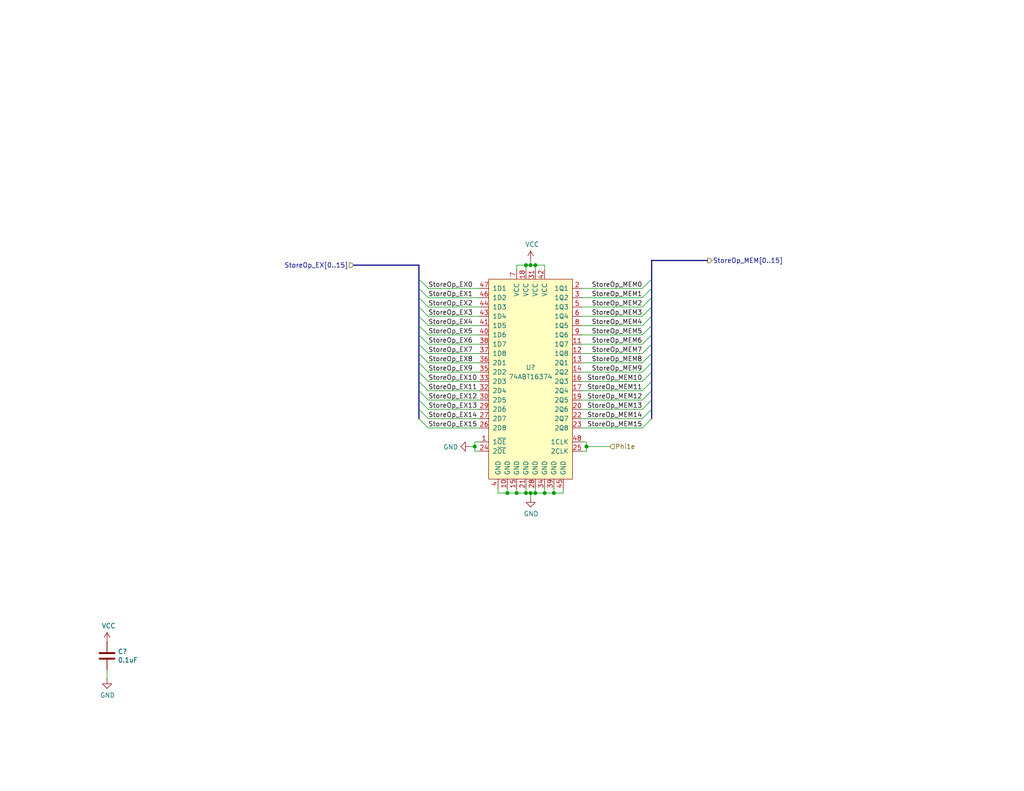
<source format=kicad_sch>
(kicad_sch (version 20250114) (generator "eeschema") (generator_version "9.0")
  (paper "USLetter")
  (title_block (title "EX/MEM: Store Operand Register") (date "2025-07-13") (rev "A"))
  (lib_symbols
    (symbol "Device:C" (pin_numbers (hide yes)) (pin_names (offset 0.254))
      (property "Reference" "C" (at 0.635 2.54 0))
      (property "Value" "C" (at 0.635 -2.54 0))
      (symbol "C_0_1"
        (polyline (pts (xy -2.032 0.762) (xy 2.032 0.762)) (stroke (width 0.508)))
        (polyline (pts (xy -2.032 -0.762) (xy 2.032 -0.762)) (stroke (width 0.508)))
      )
      (symbol "C_1_1"
        (pin passive line (at 0 3.81 270) (length 2.794) (name "~") (number "1"))
        (pin passive line (at 0 -3.81 90) (length 2.794) (name "~") (number "2"))
      )
    )
    (symbol "Turtle16:74ABT16374" (pin_names (offset 1.016))
      (symbol "74ABT16374_0_0"
        (pin input line (at -13.97 21.59 0) (length 2.54) (name "1D1") (number "47"))
        (pin input line (at -13.97 19.05 0) (length 2.54) (name "1D2") (number "46"))
        (pin input line (at -13.97 16.51 0) (length 2.54) (name "1D3") (number "44"))
        (pin input line (at -13.97 13.97 0) (length 2.54) (name "1D4") (number "43"))
        (pin input line (at -13.97 11.43 0) (length 2.54) (name "1D5") (number "41"))
        (pin input line (at -13.97 8.89 0) (length 2.54) (name "1D6") (number "40"))
        (pin input line (at -13.97 6.35 0) (length 2.54) (name "1D7") (number "38"))
        (pin input line (at -13.97 3.81 0) (length 2.54) (name "1D8") (number "37"))
        (pin input line (at -13.97 1.27 0) (length 2.54) (name "2D1") (number "36"))
        (pin input line (at -13.97 -1.27 0) (length 2.54) (name "2D2") (number "35"))
        (pin input line (at -13.97 -3.81 0) (length 2.54) (name "2D3") (number "33"))
        (pin input line (at -13.97 -6.35 0) (length 2.54) (name "2D4") (number "32"))
        (pin input line (at -13.97 -8.89 0) (length 2.54) (name "2D5") (number "30"))
        (pin input line (at -13.97 -11.43 0) (length 2.54) (name "2D6") (number "29"))
        (pin input line (at -13.97 -13.97 0) (length 2.54) (name "2D7") (number "27"))
        (pin input line (at -13.97 -16.51 0) (length 2.54) (name "2D8") (number "26"))
        (pin input line (at -13.97 -20.32 0) (length 2.54) (name "1~{OE}") (number "1"))
        (pin input line (at -13.97 -22.86 0) (length 2.54) (name "2~{OE}") (number "24"))
        (pin power_in line (at -8.89 -33.02 90) (length 2.54) (name "GND") (number "4"))
        (pin power_in line (at -6.35 -33.02 90) (length 2.54) (name "GND") (number "10"))
        (pin power_in line (at -3.81 26.67 270) (length 2.54) (name "VCC") (number "7"))
        (pin power_in line (at -3.81 -33.02 90) (length 2.54) (name "GND") (number "15"))
        (pin power_in line (at -1.27 26.67 270) (length 2.54) (name "VCC") (number "18"))
        (pin power_in line (at -1.27 -33.02 90) (length 2.54) (name "GND") (number "21"))
        (pin power_in line (at 1.27 26.67 270) (length 2.54) (name "VCC") (number "31"))
        (pin power_in line (at 1.27 -33.02 90) (length 2.54) (name "GND") (number "28"))
        (pin power_in line (at 3.81 26.67 270) (length 2.54) (name "VCC") (number "42"))
        (pin power_in line (at 3.81 -33.02 90) (length 2.54) (name "GND") (number "34"))
        (pin power_in line (at 6.35 -33.02 90) (length 2.54) (name "GND") (number "39"))
        (pin power_in line (at 8.89 -33.02 90) (length 2.54) (name "GND") (number "45"))
        (pin tri_state line (at 13.97 21.59 180) (length 2.54) (name "1Q1") (number "2"))
        (pin tri_state line (at 13.97 19.05 180) (length 2.54) (name "1Q2") (number "3"))
        (pin tri_state line (at 13.97 16.51 180) (length 2.54) (name "1Q3") (number "5"))
        (pin tri_state line (at 13.97 13.97 180) (length 2.54) (name "1Q4") (number "6"))
        (pin tri_state line (at 13.97 11.43 180) (length 2.54) (name "1Q5") (number "8"))
        (pin tri_state line (at 13.97 8.89 180) (length 2.54) (name "1Q6") (number "9"))
        (pin tri_state line (at 13.97 6.35 180) (length 2.54) (name "1Q7") (number "11"))
        (pin tri_state line (at 13.97 3.81 180) (length 2.54) (name "1Q8") (number "12"))
        (pin tri_state line (at 13.97 1.27 180) (length 2.54) (name "2Q1") (number "13"))
        (pin tri_state line (at 13.97 -1.27 180) (length 2.54) (name "2Q2") (number "14"))
        (pin tri_state line (at 13.97 -3.81 180) (length 2.54) (name "2Q3") (number "16"))
        (pin tri_state line (at 13.97 -6.35 180) (length 2.54) (name "2Q4") (number "17"))
        (pin tri_state line (at 13.97 -8.89 180) (length 2.54) (name "2Q5") (number "19"))
        (pin tri_state line (at 13.97 -11.43 180) (length 2.54) (name "2Q6") (number "20"))
        (pin tri_state line (at 13.97 -13.97 180) (length 2.54) (name "2Q7") (number "22"))
        (pin tri_state line (at 13.97 -16.51 180) (length 2.54) (name "2Q8") (number "23"))
        (pin input line (at 13.97 -20.32 180) (length 2.54) (name "1CLK") (number "48"))
        (pin input line (at 13.97 -22.86 180) (length 2.54) (name "2CLK") (number "25"))
      )
      (symbol "74ABT16374_0_1"
        (rectangle (start -11.43 24.13) (end 11.43 -30.48) (fill (type background)))
      )
    )
    (symbol "power:GND" (power) (pin_numbers (hide yes)) (pin_names (offset 0) (hide yes))
      (property "Value" "GND" (at 0 -3.81 0))
      (symbol "GND_0_1"
        (polyline (pts (xy 0 0) (xy 0 -1.27) (xy 1.27 -1.27) (xy 0 -2.54) (xy -1.27 -1.27) (xy 0 -1.27)))
      )
      (symbol "GND_1_1"
        (pin power_in line (at 0 0 270) (length 0) (name "~") (number "1"))
      )
    )
    (symbol "power:VCC" (power) (pin_numbers (hide yes)) (pin_names (offset 0) (hide yes))
      (property "Value" "VCC" (at 0 3.556 0))
      (symbol "VCC_0_1"
        (polyline (pts (xy -0.762 1.27) (xy 0 2.54)))
        (polyline (pts (xy 0 2.54) (xy 0.762 1.27)))
        (polyline (pts (xy 0 0) (xy 0 2.54)))
      )
      (symbol "VCC_1_1"
        (pin power_in line (at 0 0 90) (length 0) (name "~") (number "1"))
      )
    )
  )
  (junction (at 144.78 72.39))
  (junction (at 143.51 134.62))
  (junction (at 144.78 134.62))
  (junction (at 138.43 134.62))
  (junction (at 160.02 121.92))
  (junction (at 143.51 72.39))
  (junction (at 146.05 72.39))
  (junction (at 151.13 134.62))
  (junction (at 129.54 121.92))
  (junction (at 140.97 134.62))
  (junction (at 148.59 134.62))
  (junction (at 146.05 134.62))
  (bus_entry (at 114.3 78.74) (size 2.54 2.54))
  (bus_entry (at 114.3 76.2) (size 2.54 2.54))
  (bus_entry (at 114.3 91.44) (size 2.54 2.54))
  (bus_entry (at 114.3 114.3) (size 2.54 2.54))
  (bus_entry (at 177.8 106.68) (size -2.54 2.54))
  (bus_entry (at 114.3 111.76) (size 2.54 2.54))
  (bus_entry (at 114.3 109.22) (size 2.54 2.54))
  (bus_entry (at 114.3 88.9) (size 2.54 2.54))
  (bus_entry (at 114.3 96.52) (size 2.54 2.54))
  (bus_entry (at 177.8 88.9) (size -2.54 2.54))
  (bus_entry (at 114.3 101.6) (size 2.54 2.54))
  (bus_entry (at 177.8 86.36) (size -2.54 2.54))
  (bus_entry (at 177.8 96.52) (size -2.54 2.54))
  (bus_entry (at 114.3 99.06) (size 2.54 2.54))
  (bus_entry (at 114.3 83.82) (size 2.54 2.54))
  (bus_entry (at 177.8 76.2) (size -2.54 2.54))
  (bus_entry (at 114.3 104.14) (size 2.54 2.54))
  (bus_entry (at 177.8 83.82) (size -2.54 2.54))
  (bus_entry (at 177.8 109.22) (size -2.54 2.54))
  (bus_entry (at 177.8 114.3) (size -2.54 2.54))
  (bus_entry (at 177.8 99.06) (size -2.54 2.54))
  (bus_entry (at 114.3 81.28) (size 2.54 2.54))
  (bus_entry (at 114.3 93.98) (size 2.54 2.54))
  (bus_entry (at 177.8 101.6) (size -2.54 2.54))
  (bus_entry (at 177.8 104.14) (size -2.54 2.54))
  (bus_entry (at 177.8 91.44) (size -2.54 2.54))
  (bus_entry (at 114.3 86.36) (size 2.54 2.54))
  (bus_entry (at 177.8 111.76) (size -2.54 2.54))
  (bus_entry (at 177.8 93.98) (size -2.54 2.54))
  (bus_entry (at 177.8 81.28) (size -2.54 2.54))
  (bus_entry (at 177.8 78.74) (size -2.54 2.54))
  (bus_entry (at 114.3 106.68) (size 2.54 2.54))
  (wire (pts (xy 116.84 111.76) (xy 130.81 111.76)))
  (wire (pts (xy 138.43 134.62) (xy 140.97 134.62)))
  (wire (pts (xy 175.26 114.3) (xy 158.75 114.3)))
  (wire (pts (xy 116.84 81.28) (xy 130.81 81.28)))
  (wire (pts (xy 140.97 72.39) (xy 143.51 72.39)))
  (bus (pts (xy 177.8 78.74) (xy 177.8 81.28)))
  (wire (pts (xy 175.26 109.22) (xy 158.75 109.22)))
  (bus (pts (xy 177.8 101.6) (xy 177.8 104.14)))
  (wire (pts (xy 143.51 133.35) (xy 143.51 134.62)))
  (bus (pts (xy 177.8 96.52) (xy 177.8 99.06)))
  (wire (pts (xy 146.05 133.35) (xy 146.05 134.62)))
  (wire (pts (xy 143.51 73.66) (xy 143.51 72.39)))
  (bus (pts (xy 177.8 91.44) (xy 177.8 93.98)))
  (bus (pts (xy 114.3 81.28) (xy 114.3 83.82)))
  (wire (pts (xy 143.51 72.39) (xy 144.78 72.39)))
  (wire (pts (xy 116.84 93.98) (xy 130.81 93.98)))
  (wire (pts (xy 175.26 96.52) (xy 158.75 96.52)))
  (bus (pts (xy 114.3 86.36) (xy 114.3 88.9)))
  (wire (pts (xy 116.84 104.14) (xy 130.81 104.14)))
  (wire (pts (xy 140.97 134.62) (xy 143.51 134.62)))
  (wire (pts (xy 144.78 72.39) (xy 146.05 72.39)))
  (bus (pts (xy 177.8 71.12) (xy 177.8 76.2)))
  (wire (pts (xy 146.05 134.62) (xy 148.59 134.62)))
  (wire (pts (xy 135.89 133.35) (xy 135.89 134.62)))
  (bus (pts (xy 114.3 104.14) (xy 114.3 106.68)))
  (wire (pts (xy 116.84 86.36) (xy 130.81 86.36)))
  (wire (pts (xy 143.51 134.62) (xy 144.78 134.62)))
  (wire (pts (xy 144.78 71.12) (xy 144.78 72.39)))
  (bus (pts (xy 114.3 83.82) (xy 114.3 86.36)))
  (wire (pts (xy 160.02 121.92) (xy 166.37 121.92)))
  (wire (pts (xy 116.84 106.68) (xy 130.81 106.68)))
  (wire (pts (xy 160.02 120.65) (xy 160.02 121.92)))
  (wire (pts (xy 160.02 121.92) (xy 160.02 123.19)))
  (wire (pts (xy 135.89 134.62) (xy 138.43 134.62)))
  (wire (pts (xy 175.26 91.44) (xy 158.75 91.44)))
  (bus (pts (xy 114.3 88.9) (xy 114.3 91.44)))
  (wire (pts (xy 175.26 116.84) (xy 158.75 116.84)))
  (bus (pts (xy 177.8 111.76) (xy 177.8 114.3)))
  (wire (pts (xy 138.43 133.35) (xy 138.43 134.62)))
  (bus (pts (xy 177.8 99.06) (xy 177.8 101.6)))
  (wire (pts (xy 116.84 109.22) (xy 130.81 109.22)))
  (bus (pts (xy 177.8 76.2) (xy 177.8 78.74)))
  (wire (pts (xy 153.67 134.62) (xy 153.67 133.35)))
  (wire (pts (xy 129.54 121.92) (xy 129.54 123.19)))
  (wire (pts (xy 116.84 96.52) (xy 130.81 96.52)))
  (wire (pts (xy 146.05 72.39) (xy 148.59 72.39)))
  (wire (pts (xy 140.97 73.66) (xy 140.97 72.39)))
  (wire (pts (xy 151.13 134.62) (xy 153.67 134.62)))
  (wire (pts (xy 175.26 106.68) (xy 158.75 106.68)))
  (wire (pts (xy 151.13 133.35) (xy 151.13 134.62)))
  (wire (pts (xy 144.78 134.62) (xy 144.78 135.89)))
  (bus (pts (xy 114.3 72.39) (xy 114.3 76.2)))
  (bus (pts (xy 114.3 109.22) (xy 114.3 111.76)))
  (wire (pts (xy 116.84 83.82) (xy 130.81 83.82)))
  (wire (pts (xy 129.54 121.92) (xy 128.27 121.92)))
  (bus (pts (xy 177.8 106.68) (xy 177.8 109.22)))
  (bus (pts (xy 114.3 111.76) (xy 114.3 114.3)))
  (wire (pts (xy 148.59 72.39) (xy 148.59 73.66)))
  (bus (pts (xy 114.3 78.74) (xy 114.3 81.28)))
  (wire (pts (xy 175.26 78.74) (xy 158.75 78.74)))
  (wire (pts (xy 175.26 101.6) (xy 158.75 101.6)))
  (wire (pts (xy 175.26 111.76) (xy 158.75 111.76)))
  (bus (pts (xy 177.8 83.82) (xy 177.8 86.36)))
  (wire (pts (xy 116.84 91.44) (xy 130.81 91.44)))
  (bus (pts (xy 114.3 106.68) (xy 114.3 109.22)))
  (wire (pts (xy 160.02 123.19) (xy 158.75 123.19)))
  (bus (pts (xy 114.3 91.44) (xy 114.3 93.98)))
  (wire (pts (xy 140.97 133.35) (xy 140.97 134.62)))
  (bus (pts (xy 177.8 88.9) (xy 177.8 91.44)))
  (wire (pts (xy 129.54 120.65) (xy 129.54 121.92)))
  (wire (pts (xy 116.84 101.6) (xy 130.81 101.6)))
  (wire (pts (xy 175.26 104.14) (xy 158.75 104.14)))
  (wire (pts (xy 130.81 120.65) (xy 129.54 120.65)))
  (wire (pts (xy 148.59 134.62) (xy 151.13 134.62)))
  (bus (pts (xy 177.8 93.98) (xy 177.8 96.52)))
  (wire (pts (xy 29.21 185.42) (xy 29.21 182.88)))
  (bus (pts (xy 177.8 86.36) (xy 177.8 88.9)))
  (bus (pts (xy 114.3 76.2) (xy 114.3 78.74)))
  (bus (pts (xy 96.52 72.39) (xy 114.3 72.39)))
  (wire (pts (xy 175.26 81.28) (xy 158.75 81.28)))
  (bus (pts (xy 177.8 81.28) (xy 177.8 83.82)))
  (wire (pts (xy 146.05 73.66) (xy 146.05 72.39)))
  (wire (pts (xy 129.54 123.19) (xy 130.81 123.19)))
  (bus (pts (xy 193.04 71.12) (xy 177.8 71.12)))
  (bus (pts (xy 114.3 99.06) (xy 114.3 101.6)))
  (bus (pts (xy 114.3 93.98) (xy 114.3 96.52)))
  (bus (pts (xy 114.3 96.52) (xy 114.3 99.06)))
  (wire (pts (xy 116.84 88.9) (xy 130.81 88.9)))
  (bus (pts (xy 177.8 109.22) (xy 177.8 111.76)))
  (wire (pts (xy 144.78 134.62) (xy 146.05 134.62)))
  (wire (pts (xy 116.84 116.84) (xy 130.81 116.84)))
  (wire (pts (xy 175.26 88.9) (xy 158.75 88.9)))
  (wire (pts (xy 148.59 133.35) (xy 148.59 134.62)))
  (wire (pts (xy 175.26 86.36) (xy 158.75 86.36)))
  (bus (pts (xy 114.3 101.6) (xy 114.3 104.14)))
  (wire (pts (xy 175.26 83.82) (xy 158.75 83.82)))
  (wire (pts (xy 116.84 99.06) (xy 130.81 99.06)))
  (wire (pts (xy 116.84 78.74) (xy 130.81 78.74)))
  (wire (pts (xy 158.75 120.65) (xy 160.02 120.65)))
  (wire (pts (xy 116.84 114.3) (xy 130.81 114.3)))
  (wire (pts (xy 175.26 99.06) (xy 158.75 99.06)))
  (bus (pts (xy 177.8 104.14) (xy 177.8 106.68)))
  (wire (pts (xy 175.26 93.98) (xy 158.75 93.98)))
  (label "StoreOp_EX12" (at 116.84 109.22 0))
  (label "StoreOp_EX13" (at 116.84 111.76 0))
  (label "StoreOp_EX0" (at 116.84 78.74 0))
  (label "StoreOp_MEM2" (at 175.26 83.82 180))
  (label "StoreOp_EX2" (at 116.84 83.82 0))
  (label "StoreOp_EX8" (at 116.84 99.06 0))
  (label "StoreOp_MEM10" (at 175.26 104.14 180))
  (label "StoreOp_MEM15" (at 175.26 116.84 180))
  (label "StoreOp_EX10" (at 116.84 104.14 0))
  (label "StoreOp_MEM12" (at 175.26 109.22 180))
  (label "StoreOp_MEM4" (at 175.26 88.9 180))
  (label "StoreOp_EX6" (at 116.84 93.98 0))
  (label "StoreOp_MEM1" (at 175.26 81.28 180))
  (label "StoreOp_MEM9" (at 175.26 101.6 180))
  (label "StoreOp_MEM7" (at 175.26 96.52 180))
  (label "StoreOp_EX11" (at 116.84 106.68 0))
  (label "StoreOp_EX3" (at 116.84 86.36 0))
  (label "StoreOp_EX1" (at 116.84 81.28 0))
  (label "StoreOp_EX7" (at 116.84 96.52 0))
  (label "StoreOp_MEM3" (at 175.26 86.36 180))
  (label "StoreOp_EX9" (at 116.84 101.6 0))
  (label "StoreOp_MEM14" (at 175.26 114.3 180))
  (label "StoreOp_MEM8" (at 175.26 99.06 180))
  (label "StoreOp_MEM13" (at 175.26 111.76 180))
  (label "StoreOp_EX15" (at 116.84 116.84 0))
  (label "StoreOp_EX5" (at 116.84 91.44 0))
  (label "StoreOp_MEM11" (at 175.26 106.68 180))
  (label "StoreOp_EX14" (at 116.84 114.3 0))
  (label "StoreOp_MEM5" (at 175.26 91.44 180))
  (label "StoreOp_MEM6" (at 175.26 93.98 180))
  (label "StoreOp_MEM0" (at 175.26 78.74 180))
  (label "StoreOp_EX4" (at 116.84 88.9 0))
  (hierarchical_label "StoreOp_MEM[0..15]" (shape output) (at 193.04 71.12 0))
  (hierarchical_label "Phi1e" (shape input) (at 166.37 121.92 0))
  (hierarchical_label "StoreOp_EX[0..15]" (shape input) (at 96.52 72.39 180))
  (symbol (lib_id "Device:C") (at 29.21 179.07 0) (unit 1)
    (property "Reference" "C?" (at 32.131 177.9016 0) (effects (justify left)))
    (property "Value" "0.1uF" (at 32.131 180.213 0) (effects (justify left)))
    (property "Footprint" "Capacitor_SMD:C_0603_1608Metric" (effects (hide yes)))
    (property "Datasheet" "https://www.mouser.com/datasheet/2/396/taiyo_yuden_12132018_mlcc11_hq_e-1510082.pdf" (effects (hide yes)))
    (property "Manufacturer" "Taiyo Yuden" (effects (hide yes)))
    (property "Manufacturer#" "EMK107B7104KAHT" (effects (hide yes)))
    (property "Mouser#" "963-EMK107B7104KAHT" (effects (hide yes)))
    (property "Digikey#" "587-6004-1-ND" (effects (hide yes)))
  )
  (symbol (lib_id "power:VCC") (at 29.21 175.26 0) (unit 1)
    (property "Reference" "#PWR?" (effects (hide yes)))
    (property "Value" "VCC" (at 29.6418 170.8658 0))
    (property "Description" "Power symbol creates a global label with name \"VCC\"" (effects (hide yes)))
  )
  (symbol (lib_id "power:GND") (at 29.21 185.42 0) (unit 1)
    (property "Reference" "#PWR?" (effects (hide yes)))
    (property "Value" "GND" (at 29.337 189.8142 0))
    (property "Description" "Power symbol creates a global label with name \"GND\" , ground" (effects (hide yes)))
  )
  (symbol (lib_id "power:GND") (at 128.27 121.92 270) (unit 1)
    (property "Reference" "#PWR?" (effects (hide yes)))
    (property "Value" "GND" (at 125.0188 122.047 90) (effects (justify right)))
    (property "Description" "Power symbol creates a global label with name \"GND\" , ground" (effects (hide yes)))
  )
  (symbol (lib_id "power:VCC") (at 144.78 71.12 0) (unit 1)
    (property "Reference" "#PWR?" (effects (hide yes)))
    (property "Value" "VCC" (at 145.2118 66.7258 0))
    (property "Description" "Power symbol creates a global label with name \"VCC\"" (effects (hide yes)))
  )
  (symbol (lib_id "power:GND") (at 144.78 135.89 0) (unit 1)
    (property "Reference" "#PWR?" (effects (hide yes)))
    (property "Value" "GND" (at 144.907 140.2842 0))
    (property "Description" "Power symbol creates a global label with name \"GND\" , ground" (effects (hide yes)))
  )
  (symbol (lib_id "Turtle16:74ABT16374") (at 144.78 100.33 0) (unit 1)
    (property "Reference" "U?" (at 144.78 100.33 0))
    (property "Value" "74ABT16374" (at 144.78 102.87 0))
    (property "Footprint" "Package_SO:TSSOP-48_6.1x12.5mm_P0.5mm" (effects (hide yes)))
    (property "Datasheet" "https://www.ti.com/general/docs/suppproductinfo.tsp?distId=26&gotoUrl=https://www.ti.com/lit/gpn/sn74abt16374a" (effects (hide yes)))
    (property "Manufacturer" "Texas Instruments" (effects (hide yes)))
    (property "Manufacturer#" "SN74ABT16374ADGGR" (effects (hide yes)))
    (property "Mouser#" "595-SNABT16374ADGGR" (effects (hide yes)))
    (property "Digikey#" "296-3900-1-ND" (effects (hide yes)))
  )
)
</source>
